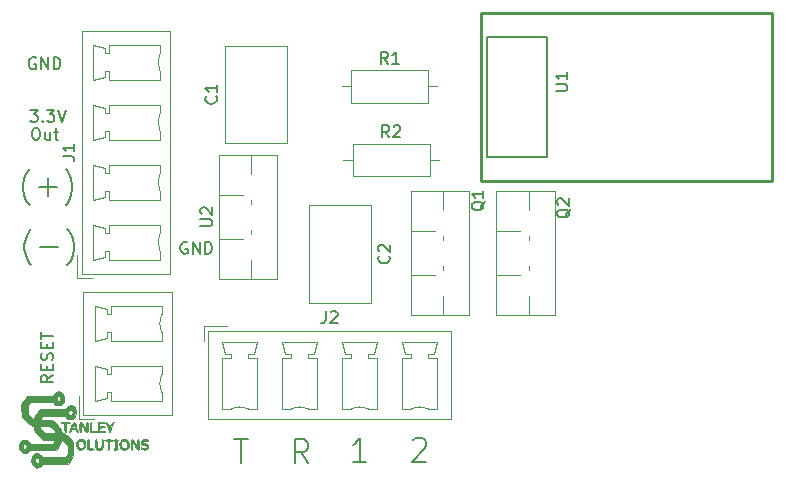
<source format=gto>
%TF.GenerationSoftware,KiCad,Pcbnew,5.99.0+really5.1.10+dfsg1-1*%
%TF.CreationDate,2021-12-19T10:59:00-08:00*%
%TF.ProjectId,TasmotaGenericPCB,5461736d-6f74-4614-9765-6e6572696350,rev?*%
%TF.SameCoordinates,Original*%
%TF.FileFunction,Legend,Top*%
%TF.FilePolarity,Positive*%
%FSLAX46Y46*%
G04 Gerber Fmt 4.6, Leading zero omitted, Abs format (unit mm)*
G04 Created by KiCad (PCBNEW 5.99.0+really5.1.10+dfsg1-1) date 2021-12-19 10:59:00*
%MOMM*%
%LPD*%
G01*
G04 APERTURE LIST*
%ADD10C,0.150000*%
%ADD11C,0.010000*%
%ADD12C,0.120000*%
%ADD13C,0.254000*%
%ADD14C,0.152400*%
%ADD15O,3.600000X1.800000*%
%ADD16O,1.800000X3.600000*%
%ADD17O,1.600000X1.600000*%
%ADD18C,1.600000*%
%ADD19C,2.000000*%
%ADD20R,1.727200X1.727200*%
%ADD21O,1.727200X1.727200*%
%ADD22O,2.000000X1.905000*%
%ADD23R,2.000000X1.905000*%
G04 APERTURE END LIST*
D10*
X117713047Y-123459761D02*
X117046380Y-122507380D01*
X116570190Y-123459761D02*
X116570190Y-121459761D01*
X117332095Y-121459761D01*
X117522571Y-121555000D01*
X117617809Y-121650238D01*
X117713047Y-121840714D01*
X117713047Y-122126428D01*
X117617809Y-122316904D01*
X117522571Y-122412142D01*
X117332095Y-122507380D01*
X116570190Y-122507380D01*
X111442571Y-121459761D02*
X112585428Y-121459761D01*
X112014000Y-123459761D02*
X112014000Y-121459761D01*
X94615095Y-89162000D02*
X94519857Y-89114380D01*
X94377000Y-89114380D01*
X94234142Y-89162000D01*
X94138904Y-89257238D01*
X94091285Y-89352476D01*
X94043666Y-89542952D01*
X94043666Y-89685809D01*
X94091285Y-89876285D01*
X94138904Y-89971523D01*
X94234142Y-90066761D01*
X94377000Y-90114380D01*
X94472238Y-90114380D01*
X94615095Y-90066761D01*
X94662714Y-90019142D01*
X94662714Y-89685809D01*
X94472238Y-89685809D01*
X95091285Y-90114380D02*
X95091285Y-89114380D01*
X95662714Y-90114380D01*
X95662714Y-89114380D01*
X96138904Y-90114380D02*
X96138904Y-89114380D01*
X96377000Y-89114380D01*
X96519857Y-89162000D01*
X96615095Y-89257238D01*
X96662714Y-89352476D01*
X96710333Y-89542952D01*
X96710333Y-89685809D01*
X96662714Y-89876285D01*
X96615095Y-89971523D01*
X96519857Y-90066761D01*
X96377000Y-90114380D01*
X96138904Y-90114380D01*
X94543666Y-95083380D02*
X94734142Y-95083380D01*
X94829380Y-95131000D01*
X94924619Y-95226238D01*
X94972238Y-95416714D01*
X94972238Y-95750047D01*
X94924619Y-95940523D01*
X94829380Y-96035761D01*
X94734142Y-96083380D01*
X94543666Y-96083380D01*
X94448428Y-96035761D01*
X94353190Y-95940523D01*
X94305571Y-95750047D01*
X94305571Y-95416714D01*
X94353190Y-95226238D01*
X94448428Y-95131000D01*
X94543666Y-95083380D01*
X95829380Y-95416714D02*
X95829380Y-96083380D01*
X95400809Y-95416714D02*
X95400809Y-95940523D01*
X95448428Y-96035761D01*
X95543666Y-96083380D01*
X95686523Y-96083380D01*
X95781761Y-96035761D01*
X95829380Y-95988142D01*
X96162714Y-95416714D02*
X96543666Y-95416714D01*
X96305571Y-95083380D02*
X96305571Y-95940523D01*
X96353190Y-96035761D01*
X96448428Y-96083380D01*
X96543666Y-96083380D01*
X94154809Y-93559380D02*
X94773857Y-93559380D01*
X94440523Y-93940333D01*
X94583380Y-93940333D01*
X94678619Y-93987952D01*
X94726238Y-94035571D01*
X94773857Y-94130809D01*
X94773857Y-94368904D01*
X94726238Y-94464142D01*
X94678619Y-94511761D01*
X94583380Y-94559380D01*
X94297666Y-94559380D01*
X94202428Y-94511761D01*
X94154809Y-94464142D01*
X95202428Y-94464142D02*
X95250047Y-94511761D01*
X95202428Y-94559380D01*
X95154809Y-94511761D01*
X95202428Y-94464142D01*
X95202428Y-94559380D01*
X95583380Y-93559380D02*
X96202428Y-93559380D01*
X95869095Y-93940333D01*
X96011952Y-93940333D01*
X96107190Y-93987952D01*
X96154809Y-94035571D01*
X96202428Y-94130809D01*
X96202428Y-94368904D01*
X96154809Y-94464142D01*
X96107190Y-94511761D01*
X96011952Y-94559380D01*
X95726238Y-94559380D01*
X95631000Y-94511761D01*
X95583380Y-94464142D01*
X96488142Y-93559380D02*
X96821476Y-94559380D01*
X97154809Y-93559380D01*
X94107190Y-101615666D02*
X94011952Y-101520428D01*
X93821476Y-101234714D01*
X93726238Y-101044238D01*
X93631000Y-100758523D01*
X93535761Y-100282333D01*
X93535761Y-99901380D01*
X93631000Y-99425190D01*
X93726238Y-99139476D01*
X93821476Y-98949000D01*
X94011952Y-98663285D01*
X94107190Y-98568047D01*
X94869095Y-100091857D02*
X96392904Y-100091857D01*
X95631000Y-100853761D02*
X95631000Y-99329952D01*
X97154809Y-101615666D02*
X97250047Y-101520428D01*
X97440523Y-101234714D01*
X97535761Y-101044238D01*
X97631000Y-100758523D01*
X97726238Y-100282333D01*
X97726238Y-99901380D01*
X97631000Y-99425190D01*
X97535761Y-99139476D01*
X97440523Y-98949000D01*
X97250047Y-98663285D01*
X97154809Y-98568047D01*
X94234190Y-106695666D02*
X94138952Y-106600428D01*
X93948476Y-106314714D01*
X93853238Y-106124238D01*
X93758000Y-105838523D01*
X93662761Y-105362333D01*
X93662761Y-104981380D01*
X93758000Y-104505190D01*
X93853238Y-104219476D01*
X93948476Y-104029000D01*
X94138952Y-103743285D01*
X94234190Y-103648047D01*
X94996095Y-105171857D02*
X96519904Y-105171857D01*
X97281809Y-106695666D02*
X97377047Y-106600428D01*
X97567523Y-106314714D01*
X97662761Y-106124238D01*
X97758000Y-105838523D01*
X97853238Y-105362333D01*
X97853238Y-104981380D01*
X97758000Y-104505190D01*
X97662761Y-104219476D01*
X97567523Y-104029000D01*
X97377047Y-103743285D01*
X97281809Y-103648047D01*
X107442095Y-104783000D02*
X107346857Y-104735380D01*
X107204000Y-104735380D01*
X107061142Y-104783000D01*
X106965904Y-104878238D01*
X106918285Y-104973476D01*
X106870666Y-105163952D01*
X106870666Y-105306809D01*
X106918285Y-105497285D01*
X106965904Y-105592523D01*
X107061142Y-105687761D01*
X107204000Y-105735380D01*
X107299238Y-105735380D01*
X107442095Y-105687761D01*
X107489714Y-105640142D01*
X107489714Y-105306809D01*
X107299238Y-105306809D01*
X107918285Y-105735380D02*
X107918285Y-104735380D01*
X108489714Y-105735380D01*
X108489714Y-104735380D01*
X108965904Y-105735380D02*
X108965904Y-104735380D01*
X109204000Y-104735380D01*
X109346857Y-104783000D01*
X109442095Y-104878238D01*
X109489714Y-104973476D01*
X109537333Y-105163952D01*
X109537333Y-105306809D01*
X109489714Y-105497285D01*
X109442095Y-105592523D01*
X109346857Y-105687761D01*
X109204000Y-105735380D01*
X108965904Y-105735380D01*
X96083380Y-116006380D02*
X95607190Y-116339714D01*
X96083380Y-116577809D02*
X95083380Y-116577809D01*
X95083380Y-116196857D01*
X95131000Y-116101619D01*
X95178619Y-116054000D01*
X95273857Y-116006380D01*
X95416714Y-116006380D01*
X95511952Y-116054000D01*
X95559571Y-116101619D01*
X95607190Y-116196857D01*
X95607190Y-116577809D01*
X95559571Y-115577809D02*
X95559571Y-115244476D01*
X96083380Y-115101619D02*
X96083380Y-115577809D01*
X95083380Y-115577809D01*
X95083380Y-115101619D01*
X96035761Y-114720666D02*
X96083380Y-114577809D01*
X96083380Y-114339714D01*
X96035761Y-114244476D01*
X95988142Y-114196857D01*
X95892904Y-114149238D01*
X95797666Y-114149238D01*
X95702428Y-114196857D01*
X95654809Y-114244476D01*
X95607190Y-114339714D01*
X95559571Y-114530190D01*
X95511952Y-114625428D01*
X95464333Y-114673047D01*
X95369095Y-114720666D01*
X95273857Y-114720666D01*
X95178619Y-114673047D01*
X95131000Y-114625428D01*
X95083380Y-114530190D01*
X95083380Y-114292095D01*
X95131000Y-114149238D01*
X95559571Y-113720666D02*
X95559571Y-113387333D01*
X96083380Y-113244476D02*
X96083380Y-113720666D01*
X95083380Y-113720666D01*
X95083380Y-113244476D01*
X95083380Y-112958761D02*
X95083380Y-112387333D01*
X96083380Y-112673047D02*
X95083380Y-112673047D01*
X126555571Y-121523238D02*
X126650809Y-121428000D01*
X126841285Y-121332761D01*
X127317476Y-121332761D01*
X127507952Y-121428000D01*
X127603190Y-121523238D01*
X127698428Y-121713714D01*
X127698428Y-121904190D01*
X127603190Y-122189904D01*
X126460333Y-123332761D01*
X127698428Y-123332761D01*
X122618428Y-123332761D02*
X121475571Y-123332761D01*
X122047000Y-123332761D02*
X122047000Y-121332761D01*
X121856523Y-121618476D01*
X121666047Y-121808952D01*
X121475571Y-121904190D01*
D11*
%TO.C,G\u002A\u002A\u002A*%
G36*
X96695636Y-117444722D02*
G01*
X96862822Y-117567893D01*
X96979404Y-117746421D01*
X97031187Y-117958413D01*
X97003976Y-118181976D01*
X97002598Y-118186203D01*
X96895057Y-118384267D01*
X96739111Y-118512919D01*
X96556320Y-118566097D01*
X96368240Y-118537736D01*
X96196430Y-118421775D01*
X96189799Y-118414800D01*
X96047437Y-118262400D01*
X95115318Y-118263028D01*
X94183200Y-118263657D01*
X94068900Y-118440116D01*
X94000975Y-118572011D01*
X93965678Y-118724377D01*
X93954683Y-118935234D01*
X93954600Y-118962097D01*
X93954600Y-119307619D01*
X94208600Y-119557800D01*
X94347745Y-119684936D01*
X94434487Y-119741960D01*
X94462600Y-119727508D01*
X94489135Y-119651088D01*
X94560116Y-119514756D01*
X94662607Y-119342441D01*
X94715574Y-119259517D01*
X94783711Y-119155141D01*
X97372523Y-119155141D01*
X97391204Y-119275477D01*
X97409547Y-119304459D01*
X97519710Y-119373241D01*
X97637343Y-119356220D01*
X97714826Y-119276481D01*
X97748180Y-119137513D01*
X97709651Y-119019996D01*
X97617814Y-118949853D01*
X97491246Y-118953012D01*
X97484761Y-118955397D01*
X97407276Y-119031893D01*
X97372523Y-119155141D01*
X94783711Y-119155141D01*
X94968548Y-118872000D01*
X97096384Y-118872000D01*
X97248784Y-118719600D01*
X97428323Y-118596363D01*
X97615764Y-118572744D01*
X97802790Y-118649426D01*
X97832724Y-118671523D01*
X97964816Y-118832537D01*
X98030651Y-119036298D01*
X98033168Y-119256085D01*
X97975309Y-119465179D01*
X97860013Y-119636858D01*
X97715741Y-119734795D01*
X97537394Y-119763468D01*
X97361528Y-119719406D01*
X97226940Y-119614586D01*
X97202071Y-119576232D01*
X97177670Y-119543486D01*
X97135246Y-119519271D01*
X97060865Y-119502313D01*
X96940592Y-119491340D01*
X96760491Y-119485078D01*
X96506628Y-119482256D01*
X96166071Y-119481600D01*
X95180718Y-119481600D01*
X95072199Y-119634000D01*
X94963681Y-119786400D01*
X96014383Y-119786400D01*
X96406891Y-120181223D01*
X96586413Y-120366630D01*
X96702854Y-120501689D01*
X96768617Y-120604058D01*
X96796103Y-120691393D01*
X96799400Y-120740023D01*
X96812333Y-120855831D01*
X96863379Y-120900007D01*
X96906833Y-120904000D01*
X96994603Y-120940527D01*
X97136342Y-121043448D01*
X97319028Y-121202771D01*
X97414833Y-121293809D01*
X97815400Y-121683618D01*
X97815400Y-122795180D01*
X97581541Y-123170390D01*
X97347683Y-123545600D01*
X95168926Y-123545600D01*
X95057063Y-123672654D01*
X94925306Y-123774234D01*
X94781158Y-123831192D01*
X94668984Y-123839787D01*
X94574759Y-123803537D01*
X94461005Y-123706334D01*
X94438258Y-123683818D01*
X94325343Y-123555399D01*
X94272864Y-123437575D01*
X94259431Y-123280713D01*
X94259400Y-123268757D01*
X94260783Y-123258169D01*
X94564087Y-123258169D01*
X94576992Y-123374698D01*
X94598066Y-123410133D01*
X94692663Y-123443507D01*
X94807337Y-123416664D01*
X94866679Y-123370596D01*
X94914302Y-123258491D01*
X94899979Y-123142319D01*
X94840653Y-123047764D01*
X94753270Y-123000508D01*
X94654773Y-123026235D01*
X94644658Y-123034066D01*
X94588770Y-123127458D01*
X94564087Y-123258169D01*
X94260783Y-123258169D01*
X94292383Y-123016280D01*
X94381894Y-122819182D01*
X94513776Y-122686187D01*
X94673872Y-122626017D01*
X94848024Y-122647396D01*
X95022074Y-122759047D01*
X95046800Y-122783600D01*
X95192808Y-122936000D01*
X97129600Y-122934742D01*
X97243900Y-122758283D01*
X97321528Y-122596906D01*
X97354832Y-122402598D01*
X97358200Y-122287102D01*
X97354072Y-122125238D01*
X97330596Y-122013883D01*
X97271133Y-121916469D01*
X97159044Y-121796430D01*
X97115155Y-121752990D01*
X96961724Y-121607695D01*
X96864923Y-121532681D01*
X96814300Y-121521922D01*
X96799405Y-121569392D01*
X96799400Y-121570929D01*
X96774034Y-121638575D01*
X96706729Y-121766875D01*
X96610668Y-121931136D01*
X96583500Y-121975256D01*
X96367600Y-122322253D01*
X95272204Y-122324326D01*
X94176808Y-122326400D01*
X94030800Y-122478800D01*
X93889883Y-122591361D01*
X93735612Y-122630306D01*
X93700600Y-122631200D01*
X93510604Y-122585639D01*
X93356253Y-122464216D01*
X93249300Y-122289821D01*
X93202759Y-122090718D01*
X93548149Y-122090718D01*
X93561334Y-122206607D01*
X93582066Y-122241733D01*
X93674717Y-122275952D01*
X93776043Y-122248353D01*
X93822164Y-122195245D01*
X93849191Y-122049906D01*
X93824736Y-121927318D01*
X93762341Y-121849805D01*
X93675548Y-121839692D01*
X93624400Y-121869200D01*
X93571150Y-121960837D01*
X93548149Y-122090718D01*
X93202759Y-122090718D01*
X93201502Y-122085342D01*
X93224613Y-121873670D01*
X93262929Y-121778951D01*
X93405215Y-121583716D01*
X93574798Y-121480707D01*
X93759006Y-121472197D01*
X93945169Y-121560460D01*
X94034090Y-121640600D01*
X94201777Y-121818400D01*
X96066294Y-121818400D01*
X96246344Y-121513600D01*
X95247457Y-121513600D01*
X94881130Y-121144812D01*
X94710166Y-120968166D01*
X94599108Y-120837614D01*
X94533090Y-120730460D01*
X94497246Y-120624010D01*
X94481797Y-120535212D01*
X94457663Y-120398312D01*
X94970410Y-120398312D01*
X95016677Y-120497716D01*
X95145503Y-120646111D01*
X95184376Y-120686177D01*
X95398153Y-120904000D01*
X95844776Y-120904000D01*
X96067945Y-120900475D01*
X96205913Y-120888172D01*
X96274891Y-120864496D01*
X96291400Y-120832507D01*
X96255830Y-120764416D01*
X96162628Y-120654917D01*
X96033402Y-120529053D01*
X95775405Y-120297091D01*
X95373002Y-120299721D01*
X95143969Y-120308746D01*
X95011306Y-120338465D01*
X94970410Y-120398312D01*
X94457663Y-120398312D01*
X94456041Y-120389117D01*
X94419332Y-120318032D01*
X94353404Y-120295628D01*
X94314723Y-120294400D01*
X94223956Y-120271052D01*
X94105952Y-120194348D01*
X93947213Y-120054290D01*
X93817328Y-119926100D01*
X93454000Y-119557800D01*
X93384332Y-118539262D01*
X93631366Y-118147088D01*
X93768010Y-117930162D01*
X96382142Y-117930162D01*
X96388861Y-118069007D01*
X96397970Y-118097300D01*
X96470507Y-118194404D01*
X96568107Y-118197749D01*
X96649518Y-118132364D01*
X96686315Y-118026272D01*
X96665152Y-117905253D01*
X96600465Y-117810043D01*
X96524595Y-117779800D01*
X96431740Y-117822847D01*
X96382142Y-117930162D01*
X93768010Y-117930162D01*
X93878400Y-117754915D01*
X96027240Y-117754399D01*
X96205040Y-117576599D01*
X96331086Y-117471718D01*
X96448634Y-117407862D01*
X96492042Y-117398799D01*
X96695636Y-117444722D01*
G37*
X96695636Y-117444722D02*
X96862822Y-117567893D01*
X96979404Y-117746421D01*
X97031187Y-117958413D01*
X97003976Y-118181976D01*
X97002598Y-118186203D01*
X96895057Y-118384267D01*
X96739111Y-118512919D01*
X96556320Y-118566097D01*
X96368240Y-118537736D01*
X96196430Y-118421775D01*
X96189799Y-118414800D01*
X96047437Y-118262400D01*
X95115318Y-118263028D01*
X94183200Y-118263657D01*
X94068900Y-118440116D01*
X94000975Y-118572011D01*
X93965678Y-118724377D01*
X93954683Y-118935234D01*
X93954600Y-118962097D01*
X93954600Y-119307619D01*
X94208600Y-119557800D01*
X94347745Y-119684936D01*
X94434487Y-119741960D01*
X94462600Y-119727508D01*
X94489135Y-119651088D01*
X94560116Y-119514756D01*
X94662607Y-119342441D01*
X94715574Y-119259517D01*
X94783711Y-119155141D01*
X97372523Y-119155141D01*
X97391204Y-119275477D01*
X97409547Y-119304459D01*
X97519710Y-119373241D01*
X97637343Y-119356220D01*
X97714826Y-119276481D01*
X97748180Y-119137513D01*
X97709651Y-119019996D01*
X97617814Y-118949853D01*
X97491246Y-118953012D01*
X97484761Y-118955397D01*
X97407276Y-119031893D01*
X97372523Y-119155141D01*
X94783711Y-119155141D01*
X94968548Y-118872000D01*
X97096384Y-118872000D01*
X97248784Y-118719600D01*
X97428323Y-118596363D01*
X97615764Y-118572744D01*
X97802790Y-118649426D01*
X97832724Y-118671523D01*
X97964816Y-118832537D01*
X98030651Y-119036298D01*
X98033168Y-119256085D01*
X97975309Y-119465179D01*
X97860013Y-119636858D01*
X97715741Y-119734795D01*
X97537394Y-119763468D01*
X97361528Y-119719406D01*
X97226940Y-119614586D01*
X97202071Y-119576232D01*
X97177670Y-119543486D01*
X97135246Y-119519271D01*
X97060865Y-119502313D01*
X96940592Y-119491340D01*
X96760491Y-119485078D01*
X96506628Y-119482256D01*
X96166071Y-119481600D01*
X95180718Y-119481600D01*
X95072199Y-119634000D01*
X94963681Y-119786400D01*
X96014383Y-119786400D01*
X96406891Y-120181223D01*
X96586413Y-120366630D01*
X96702854Y-120501689D01*
X96768617Y-120604058D01*
X96796103Y-120691393D01*
X96799400Y-120740023D01*
X96812333Y-120855831D01*
X96863379Y-120900007D01*
X96906833Y-120904000D01*
X96994603Y-120940527D01*
X97136342Y-121043448D01*
X97319028Y-121202771D01*
X97414833Y-121293809D01*
X97815400Y-121683618D01*
X97815400Y-122795180D01*
X97581541Y-123170390D01*
X97347683Y-123545600D01*
X95168926Y-123545600D01*
X95057063Y-123672654D01*
X94925306Y-123774234D01*
X94781158Y-123831192D01*
X94668984Y-123839787D01*
X94574759Y-123803537D01*
X94461005Y-123706334D01*
X94438258Y-123683818D01*
X94325343Y-123555399D01*
X94272864Y-123437575D01*
X94259431Y-123280713D01*
X94259400Y-123268757D01*
X94260783Y-123258169D01*
X94564087Y-123258169D01*
X94576992Y-123374698D01*
X94598066Y-123410133D01*
X94692663Y-123443507D01*
X94807337Y-123416664D01*
X94866679Y-123370596D01*
X94914302Y-123258491D01*
X94899979Y-123142319D01*
X94840653Y-123047764D01*
X94753270Y-123000508D01*
X94654773Y-123026235D01*
X94644658Y-123034066D01*
X94588770Y-123127458D01*
X94564087Y-123258169D01*
X94260783Y-123258169D01*
X94292383Y-123016280D01*
X94381894Y-122819182D01*
X94513776Y-122686187D01*
X94673872Y-122626017D01*
X94848024Y-122647396D01*
X95022074Y-122759047D01*
X95046800Y-122783600D01*
X95192808Y-122936000D01*
X97129600Y-122934742D01*
X97243900Y-122758283D01*
X97321528Y-122596906D01*
X97354832Y-122402598D01*
X97358200Y-122287102D01*
X97354072Y-122125238D01*
X97330596Y-122013883D01*
X97271133Y-121916469D01*
X97159044Y-121796430D01*
X97115155Y-121752990D01*
X96961724Y-121607695D01*
X96864923Y-121532681D01*
X96814300Y-121521922D01*
X96799405Y-121569392D01*
X96799400Y-121570929D01*
X96774034Y-121638575D01*
X96706729Y-121766875D01*
X96610668Y-121931136D01*
X96583500Y-121975256D01*
X96367600Y-122322253D01*
X95272204Y-122324326D01*
X94176808Y-122326400D01*
X94030800Y-122478800D01*
X93889883Y-122591361D01*
X93735612Y-122630306D01*
X93700600Y-122631200D01*
X93510604Y-122585639D01*
X93356253Y-122464216D01*
X93249300Y-122289821D01*
X93202759Y-122090718D01*
X93548149Y-122090718D01*
X93561334Y-122206607D01*
X93582066Y-122241733D01*
X93674717Y-122275952D01*
X93776043Y-122248353D01*
X93822164Y-122195245D01*
X93849191Y-122049906D01*
X93824736Y-121927318D01*
X93762341Y-121849805D01*
X93675548Y-121839692D01*
X93624400Y-121869200D01*
X93571150Y-121960837D01*
X93548149Y-122090718D01*
X93202759Y-122090718D01*
X93201502Y-122085342D01*
X93224613Y-121873670D01*
X93262929Y-121778951D01*
X93405215Y-121583716D01*
X93574798Y-121480707D01*
X93759006Y-121472197D01*
X93945169Y-121560460D01*
X94034090Y-121640600D01*
X94201777Y-121818400D01*
X96066294Y-121818400D01*
X96246344Y-121513600D01*
X95247457Y-121513600D01*
X94881130Y-121144812D01*
X94710166Y-120968166D01*
X94599108Y-120837614D01*
X94533090Y-120730460D01*
X94497246Y-120624010D01*
X94481797Y-120535212D01*
X94457663Y-120398312D01*
X94970410Y-120398312D01*
X95016677Y-120497716D01*
X95145503Y-120646111D01*
X95184376Y-120686177D01*
X95398153Y-120904000D01*
X95844776Y-120904000D01*
X96067945Y-120900475D01*
X96205913Y-120888172D01*
X96274891Y-120864496D01*
X96291400Y-120832507D01*
X96255830Y-120764416D01*
X96162628Y-120654917D01*
X96033402Y-120529053D01*
X95775405Y-120297091D01*
X95373002Y-120299721D01*
X95143969Y-120308746D01*
X95011306Y-120338465D01*
X94970410Y-120398312D01*
X94457663Y-120398312D01*
X94456041Y-120389117D01*
X94419332Y-120318032D01*
X94353404Y-120295628D01*
X94314723Y-120294400D01*
X94223956Y-120271052D01*
X94105952Y-120194348D01*
X93947213Y-120054290D01*
X93817328Y-119926100D01*
X93454000Y-119557800D01*
X93384332Y-118539262D01*
X93631366Y-118147088D01*
X93768010Y-117930162D01*
X96382142Y-117930162D01*
X96388861Y-118069007D01*
X96397970Y-118097300D01*
X96470507Y-118194404D01*
X96568107Y-118197749D01*
X96649518Y-118132364D01*
X96686315Y-118026272D01*
X96665152Y-117905253D01*
X96600465Y-117810043D01*
X96524595Y-117779800D01*
X96431740Y-117822847D01*
X96382142Y-117930162D01*
X93768010Y-117930162D01*
X93878400Y-117754915D01*
X96027240Y-117754399D01*
X96205040Y-117576599D01*
X96331086Y-117471718D01*
X96448634Y-117407862D01*
X96492042Y-117398799D01*
X96695636Y-117444722D01*
G36*
X98677836Y-121508386D02*
G01*
X98784585Y-121651038D01*
X98830849Y-121850746D01*
X98831400Y-121877136D01*
X98790946Y-122076400D01*
X98684141Y-122224303D01*
X98532817Y-122309326D01*
X98358808Y-122319950D01*
X98183948Y-122244657D01*
X98163927Y-122229288D01*
X98084453Y-122139700D01*
X98049529Y-122017019D01*
X98044000Y-121894689D01*
X98046271Y-121862659D01*
X98171000Y-121862659D01*
X98204493Y-122052074D01*
X98295301Y-122173184D01*
X98428916Y-122215030D01*
X98580739Y-122172212D01*
X98648949Y-122103556D01*
X98676809Y-121976809D01*
X98679000Y-121902972D01*
X98657727Y-121713985D01*
X98587456Y-121605780D01*
X98458508Y-121565454D01*
X98425000Y-121564400D01*
X98276109Y-121596958D01*
X98193883Y-121700198D01*
X98171000Y-121862659D01*
X98046271Y-121862659D01*
X98055606Y-121731054D01*
X98102957Y-121621260D01*
X98191988Y-121529909D01*
X98361808Y-121437107D01*
X98530334Y-121433505D01*
X98677836Y-121508386D01*
G37*
X98677836Y-121508386D02*
X98784585Y-121651038D01*
X98830849Y-121850746D01*
X98831400Y-121877136D01*
X98790946Y-122076400D01*
X98684141Y-122224303D01*
X98532817Y-122309326D01*
X98358808Y-122319950D01*
X98183948Y-122244657D01*
X98163927Y-122229288D01*
X98084453Y-122139700D01*
X98049529Y-122017019D01*
X98044000Y-121894689D01*
X98046271Y-121862659D01*
X98171000Y-121862659D01*
X98204493Y-122052074D01*
X98295301Y-122173184D01*
X98428916Y-122215030D01*
X98580739Y-122172212D01*
X98648949Y-122103556D01*
X98676809Y-121976809D01*
X98679000Y-121902972D01*
X98657727Y-121713985D01*
X98587456Y-121605780D01*
X98458508Y-121565454D01*
X98425000Y-121564400D01*
X98276109Y-121596958D01*
X98193883Y-121700198D01*
X98171000Y-121862659D01*
X98046271Y-121862659D01*
X98055606Y-121731054D01*
X98102957Y-121621260D01*
X98191988Y-121529909D01*
X98361808Y-121437107D01*
X98530334Y-121433505D01*
X98677836Y-121508386D01*
G36*
X99100193Y-121482758D02*
G01*
X99123786Y-121554881D01*
X99134454Y-121697543D01*
X99136200Y-121843800D01*
X99136200Y-122224800D01*
X99339400Y-122224800D01*
X99466644Y-122236066D01*
X99537418Y-122264212D01*
X99542600Y-122275600D01*
X99498009Y-122302805D01*
X99388315Y-122320076D01*
X99249635Y-122326248D01*
X99118088Y-122320156D01*
X99029790Y-122300634D01*
X99017666Y-122292533D01*
X99001653Y-122228916D01*
X98989726Y-122090846D01*
X98984011Y-121905448D01*
X98983800Y-121860733D01*
X98987514Y-121654708D01*
X99000977Y-121531936D01*
X99027662Y-121474266D01*
X99060000Y-121462800D01*
X99100193Y-121482758D01*
G37*
X99100193Y-121482758D02*
X99123786Y-121554881D01*
X99134454Y-121697543D01*
X99136200Y-121843800D01*
X99136200Y-122224800D01*
X99339400Y-122224800D01*
X99466644Y-122236066D01*
X99537418Y-122264212D01*
X99542600Y-122275600D01*
X99498009Y-122302805D01*
X99388315Y-122320076D01*
X99249635Y-122326248D01*
X99118088Y-122320156D01*
X99029790Y-122300634D01*
X99017666Y-122292533D01*
X99001653Y-122228916D01*
X98989726Y-122090846D01*
X98984011Y-121905448D01*
X98983800Y-121860733D01*
X98987514Y-121654708D01*
X99000977Y-121531936D01*
X99027662Y-121474266D01*
X99060000Y-121462800D01*
X99100193Y-121482758D01*
G36*
X100280007Y-121509688D02*
G01*
X100298065Y-121634928D01*
X100304600Y-121810526D01*
X100297975Y-122015088D01*
X100274348Y-122144857D01*
X100228088Y-122226001D01*
X100211699Y-122242326D01*
X100069741Y-122315066D01*
X99908242Y-122320387D01*
X99768218Y-122260712D01*
X99723280Y-122213496D01*
X99677389Y-122103127D01*
X99649599Y-121948150D01*
X99640024Y-121777599D01*
X99648773Y-121620506D01*
X99675958Y-121505905D01*
X99720400Y-121462800D01*
X99761849Y-121483752D01*
X99785547Y-121559073D01*
X99795511Y-121707462D01*
X99796600Y-121817432D01*
X99798791Y-122003789D01*
X99811013Y-122112958D01*
X99841738Y-122169338D01*
X99899440Y-122197328D01*
X99931504Y-122205923D01*
X100060075Y-122205063D01*
X100145917Y-122123154D01*
X100192238Y-121954898D01*
X100203000Y-121757890D01*
X100210937Y-121599527D01*
X100231548Y-121492583D01*
X100253800Y-121462800D01*
X100280007Y-121509688D01*
G37*
X100280007Y-121509688D02*
X100298065Y-121634928D01*
X100304600Y-121810526D01*
X100297975Y-122015088D01*
X100274348Y-122144857D01*
X100228088Y-122226001D01*
X100211699Y-122242326D01*
X100069741Y-122315066D01*
X99908242Y-122320387D01*
X99768218Y-122260712D01*
X99723280Y-122213496D01*
X99677389Y-122103127D01*
X99649599Y-121948150D01*
X99640024Y-121777599D01*
X99648773Y-121620506D01*
X99675958Y-121505905D01*
X99720400Y-121462800D01*
X99761849Y-121483752D01*
X99785547Y-121559073D01*
X99795511Y-121707462D01*
X99796600Y-121817432D01*
X99798791Y-122003789D01*
X99811013Y-122112958D01*
X99841738Y-122169338D01*
X99899440Y-122197328D01*
X99931504Y-122205923D01*
X100060075Y-122205063D01*
X100145917Y-122123154D01*
X100192238Y-121954898D01*
X100203000Y-121757890D01*
X100210937Y-121599527D01*
X100231548Y-121492583D01*
X100253800Y-121462800D01*
X100280007Y-121509688D01*
G36*
X100995413Y-121468923D02*
G01*
X101115477Y-121486515D01*
X101142800Y-121513600D01*
X101072644Y-121553189D01*
X100989627Y-121564400D01*
X100926264Y-121570802D01*
X100888450Y-121604544D01*
X100868002Y-121687430D01*
X100856737Y-121841264D01*
X100852925Y-121928636D01*
X100835036Y-122147707D01*
X100803754Y-122278638D01*
X100774500Y-122313869D01*
X100740297Y-122296532D01*
X100720075Y-122208256D01*
X100711603Y-122036244D01*
X100711000Y-121949633D01*
X100711000Y-121564400D01*
X100558600Y-121564400D01*
X100451594Y-121549685D01*
X100406211Y-121514232D01*
X100406200Y-121513600D01*
X100453506Y-121488056D01*
X100581701Y-121470234D01*
X100770195Y-121462858D01*
X100790198Y-121462800D01*
X100995413Y-121468923D01*
G37*
X100995413Y-121468923D02*
X101115477Y-121486515D01*
X101142800Y-121513600D01*
X101072644Y-121553189D01*
X100989627Y-121564400D01*
X100926264Y-121570802D01*
X100888450Y-121604544D01*
X100868002Y-121687430D01*
X100856737Y-121841264D01*
X100852925Y-121928636D01*
X100835036Y-122147707D01*
X100803754Y-122278638D01*
X100774500Y-122313869D01*
X100740297Y-122296532D01*
X100720075Y-122208256D01*
X100711603Y-122036244D01*
X100711000Y-121949633D01*
X100711000Y-121564400D01*
X100558600Y-121564400D01*
X100451594Y-121549685D01*
X100406211Y-121514232D01*
X100406200Y-121513600D01*
X100453506Y-121488056D01*
X100581701Y-121470234D01*
X100770195Y-121462858D01*
X100790198Y-121462800D01*
X100995413Y-121468923D01*
G36*
X101524389Y-121469689D02*
G01*
X101554560Y-121494735D01*
X101533960Y-121523759D01*
X101502965Y-121599300D01*
X101482832Y-121732687D01*
X101474008Y-121892895D01*
X101476944Y-122048897D01*
X101492090Y-122169668D01*
X101519895Y-122224180D01*
X101523800Y-122224800D01*
X101573123Y-122263457D01*
X101574600Y-122275600D01*
X101529942Y-122309177D01*
X101420133Y-122325961D01*
X101396800Y-122326400D01*
X101279279Y-122313640D01*
X101220535Y-122282266D01*
X101219000Y-122275600D01*
X101257657Y-122226276D01*
X101269800Y-122224800D01*
X101296346Y-122178145D01*
X101314520Y-122054556D01*
X101320600Y-121894600D01*
X101313422Y-121722050D01*
X101294408Y-121603914D01*
X101269800Y-121564400D01*
X101220476Y-121525742D01*
X101219000Y-121513600D01*
X101263831Y-121480763D01*
X101374818Y-121463548D01*
X101406960Y-121462800D01*
X101524389Y-121469689D01*
G37*
X101524389Y-121469689D02*
X101554560Y-121494735D01*
X101533960Y-121523759D01*
X101502965Y-121599300D01*
X101482832Y-121732687D01*
X101474008Y-121892895D01*
X101476944Y-122048897D01*
X101492090Y-122169668D01*
X101519895Y-122224180D01*
X101523800Y-122224800D01*
X101573123Y-122263457D01*
X101574600Y-122275600D01*
X101529942Y-122309177D01*
X101420133Y-122325961D01*
X101396800Y-122326400D01*
X101279279Y-122313640D01*
X101220535Y-122282266D01*
X101219000Y-122275600D01*
X101257657Y-122226276D01*
X101269800Y-122224800D01*
X101296346Y-122178145D01*
X101314520Y-122054556D01*
X101320600Y-121894600D01*
X101313422Y-121722050D01*
X101294408Y-121603914D01*
X101269800Y-121564400D01*
X101220476Y-121525742D01*
X101219000Y-121513600D01*
X101263831Y-121480763D01*
X101374818Y-121463548D01*
X101406960Y-121462800D01*
X101524389Y-121469689D01*
G36*
X102182072Y-121436932D02*
G01*
X102342153Y-121514339D01*
X102443743Y-121647408D01*
X102488897Y-121812609D01*
X102479673Y-121986417D01*
X102418128Y-122145302D01*
X102306319Y-122265736D01*
X102146302Y-122324193D01*
X102104312Y-122326400D01*
X101937504Y-122294267D01*
X101833772Y-122229972D01*
X101726751Y-122066707D01*
X101694244Y-121886315D01*
X101698038Y-121865769D01*
X101826289Y-121865769D01*
X101862639Y-122031853D01*
X101907680Y-122111896D01*
X102015589Y-122208668D01*
X102147107Y-122211349D01*
X102234210Y-122174422D01*
X102338082Y-122070393D01*
X102374332Y-121928321D01*
X102350383Y-121778198D01*
X102273661Y-121650019D01*
X102151588Y-121573775D01*
X102083216Y-121564400D01*
X101944791Y-121606424D01*
X101856411Y-121715420D01*
X101826289Y-121865769D01*
X101698038Y-121865769D01*
X101726705Y-121710527D01*
X101814591Y-121561073D01*
X101948358Y-121459684D01*
X102118462Y-121428091D01*
X102182072Y-121436932D01*
G37*
X102182072Y-121436932D02*
X102342153Y-121514339D01*
X102443743Y-121647408D01*
X102488897Y-121812609D01*
X102479673Y-121986417D01*
X102418128Y-122145302D01*
X102306319Y-122265736D01*
X102146302Y-122324193D01*
X102104312Y-122326400D01*
X101937504Y-122294267D01*
X101833772Y-122229972D01*
X101726751Y-122066707D01*
X101694244Y-121886315D01*
X101698038Y-121865769D01*
X101826289Y-121865769D01*
X101862639Y-122031853D01*
X101907680Y-122111896D01*
X102015589Y-122208668D01*
X102147107Y-122211349D01*
X102234210Y-122174422D01*
X102338082Y-122070393D01*
X102374332Y-121928321D01*
X102350383Y-121778198D01*
X102273661Y-121650019D01*
X102151588Y-121573775D01*
X102083216Y-121564400D01*
X101944791Y-121606424D01*
X101856411Y-121715420D01*
X101826289Y-121865769D01*
X101698038Y-121865769D01*
X101726705Y-121710527D01*
X101814591Y-121561073D01*
X101948358Y-121459684D01*
X102118462Y-121428091D01*
X102182072Y-121436932D01*
G36*
X103315883Y-121483135D02*
G01*
X103338554Y-121555484D01*
X103349824Y-121696861D01*
X103352600Y-121898324D01*
X103350296Y-122110115D01*
X103340905Y-122238685D01*
X103320703Y-122302359D01*
X103285969Y-122319462D01*
X103267468Y-122317424D01*
X103204314Y-122267387D01*
X103113359Y-122149490D01*
X103011948Y-121986891D01*
X102988856Y-121945400D01*
X102795375Y-121589800D01*
X102794587Y-121958100D01*
X102787691Y-122144838D01*
X102769931Y-122274853D01*
X102744371Y-122326283D01*
X102743000Y-122326400D01*
X102718260Y-122278644D01*
X102700741Y-122147301D01*
X102692545Y-121950252D01*
X102692200Y-121894600D01*
X102694521Y-121683379D01*
X102704221Y-121554247D01*
X102725401Y-121487743D01*
X102762162Y-121464408D01*
X102783217Y-121462800D01*
X102866415Y-121511487D01*
X102969430Y-121654598D01*
X103024517Y-121754900D01*
X103174800Y-122047000D01*
X103190035Y-121754900D01*
X103207228Y-121576977D01*
X103238340Y-121484936D01*
X103278935Y-121462800D01*
X103315883Y-121483135D01*
G37*
X103315883Y-121483135D02*
X103338554Y-121555484D01*
X103349824Y-121696861D01*
X103352600Y-121898324D01*
X103350296Y-122110115D01*
X103340905Y-122238685D01*
X103320703Y-122302359D01*
X103285969Y-122319462D01*
X103267468Y-122317424D01*
X103204314Y-122267387D01*
X103113359Y-122149490D01*
X103011948Y-121986891D01*
X102988856Y-121945400D01*
X102795375Y-121589800D01*
X102794587Y-121958100D01*
X102787691Y-122144838D01*
X102769931Y-122274853D01*
X102744371Y-122326283D01*
X102743000Y-122326400D01*
X102718260Y-122278644D01*
X102700741Y-122147301D01*
X102692545Y-121950252D01*
X102692200Y-121894600D01*
X102694521Y-121683379D01*
X102704221Y-121554247D01*
X102725401Y-121487743D01*
X102762162Y-121464408D01*
X102783217Y-121462800D01*
X102866415Y-121511487D01*
X102969430Y-121654598D01*
X103024517Y-121754900D01*
X103174800Y-122047000D01*
X103190035Y-121754900D01*
X103207228Y-121576977D01*
X103238340Y-121484936D01*
X103278935Y-121462800D01*
X103315883Y-121483135D01*
G36*
X104029574Y-121459444D02*
G01*
X104140378Y-121515749D01*
X104153220Y-121559505D01*
X104071400Y-121586478D01*
X103925561Y-121592992D01*
X103770933Y-121599601D01*
X103692441Y-121630035D01*
X103668186Y-121676885D01*
X103690713Y-121752282D01*
X103793724Y-121794700D01*
X103995907Y-121849616D01*
X104113000Y-121914201D01*
X104161505Y-121999446D01*
X104165400Y-122042282D01*
X104122996Y-122196858D01*
X104002372Y-122292842D01*
X103818871Y-122322389D01*
X103677418Y-122313083D01*
X103576488Y-122295559D01*
X103568500Y-122292756D01*
X103511337Y-122225897D01*
X103505000Y-122189731D01*
X103532312Y-122137623D01*
X103593900Y-122150349D01*
X103786299Y-122206919D01*
X103936754Y-122200083D01*
X104007562Y-122155151D01*
X104048372Y-122061474D01*
X103993119Y-121991507D01*
X103839951Y-121942944D01*
X103836738Y-121942336D01*
X103690482Y-121891739D01*
X103577948Y-121814785D01*
X103576460Y-121813163D01*
X103519038Y-121695514D01*
X103544282Y-121584202D01*
X103633587Y-121493750D01*
X103768352Y-121438679D01*
X103929970Y-121433513D01*
X104029574Y-121459444D01*
G37*
X104029574Y-121459444D02*
X104140378Y-121515749D01*
X104153220Y-121559505D01*
X104071400Y-121586478D01*
X103925561Y-121592992D01*
X103770933Y-121599601D01*
X103692441Y-121630035D01*
X103668186Y-121676885D01*
X103690713Y-121752282D01*
X103793724Y-121794700D01*
X103995907Y-121849616D01*
X104113000Y-121914201D01*
X104161505Y-121999446D01*
X104165400Y-122042282D01*
X104122996Y-122196858D01*
X104002372Y-122292842D01*
X103818871Y-122322389D01*
X103677418Y-122313083D01*
X103576488Y-122295559D01*
X103568500Y-122292756D01*
X103511337Y-122225897D01*
X103505000Y-122189731D01*
X103532312Y-122137623D01*
X103593900Y-122150349D01*
X103786299Y-122206919D01*
X103936754Y-122200083D01*
X104007562Y-122155151D01*
X104048372Y-122061474D01*
X103993119Y-121991507D01*
X103839951Y-121942944D01*
X103836738Y-121942336D01*
X103690482Y-121891739D01*
X103577948Y-121814785D01*
X103576460Y-121813163D01*
X103519038Y-121695514D01*
X103544282Y-121584202D01*
X103633587Y-121493750D01*
X103768352Y-121438679D01*
X103929970Y-121433513D01*
X104029574Y-121459444D01*
G36*
X97321576Y-119995903D02*
G01*
X97455384Y-120012966D01*
X97510243Y-120038017D01*
X97510600Y-120040400D01*
X97466456Y-120076068D01*
X97360096Y-120091196D01*
X97358200Y-120091200D01*
X97205800Y-120091200D01*
X97205800Y-120472200D01*
X97201808Y-120673167D01*
X97187383Y-120791132D01*
X97158851Y-120844470D01*
X97129600Y-120853200D01*
X97089406Y-120833241D01*
X97065813Y-120761118D01*
X97055145Y-120618456D01*
X97053400Y-120472200D01*
X97053400Y-120091200D01*
X96901000Y-120091200D01*
X96793994Y-120076485D01*
X96748611Y-120041032D01*
X96748600Y-120040400D01*
X96795875Y-120014803D01*
X96923846Y-119996962D01*
X97111733Y-119989647D01*
X97129600Y-119989600D01*
X97321576Y-119995903D01*
G37*
X97321576Y-119995903D02*
X97455384Y-120012966D01*
X97510243Y-120038017D01*
X97510600Y-120040400D01*
X97466456Y-120076068D01*
X97360096Y-120091196D01*
X97358200Y-120091200D01*
X97205800Y-120091200D01*
X97205800Y-120472200D01*
X97201808Y-120673167D01*
X97187383Y-120791132D01*
X97158851Y-120844470D01*
X97129600Y-120853200D01*
X97089406Y-120833241D01*
X97065813Y-120761118D01*
X97055145Y-120618456D01*
X97053400Y-120472200D01*
X97053400Y-120091200D01*
X96901000Y-120091200D01*
X96793994Y-120076485D01*
X96748611Y-120041032D01*
X96748600Y-120040400D01*
X96795875Y-120014803D01*
X96923846Y-119996962D01*
X97111733Y-119989647D01*
X97129600Y-119989600D01*
X97321576Y-119995903D01*
G36*
X97924792Y-120082134D02*
G01*
X98009362Y-120250040D01*
X98074668Y-120418564D01*
X98149821Y-120624458D01*
X98194551Y-120752706D01*
X98212063Y-120821535D01*
X98205563Y-120849172D01*
X98178255Y-120853844D01*
X98151107Y-120853200D01*
X98087175Y-120809889D01*
X98048539Y-120726200D01*
X98007836Y-120638114D01*
X97923424Y-120603335D01*
X97838574Y-120599200D01*
X97706435Y-120615133D01*
X97634906Y-120677117D01*
X97612200Y-120726200D01*
X97559975Y-120813408D01*
X97500991Y-120856268D01*
X97463244Y-120838401D01*
X97460227Y-120815100D01*
X97476991Y-120752527D01*
X97521095Y-120620489D01*
X97583908Y-120444541D01*
X97601778Y-120396000D01*
X97602679Y-120393810D01*
X97723057Y-120393810D01*
X97739254Y-120472457D01*
X97832794Y-120497586D01*
X97836045Y-120497600D01*
X97913879Y-120490399D01*
X97935693Y-120449776D01*
X97912040Y-120347199D01*
X97902850Y-120316962D01*
X97864649Y-120201999D01*
X97836575Y-120174134D01*
X97799365Y-120223211D01*
X97782406Y-120253462D01*
X97723057Y-120393810D01*
X97602679Y-120393810D01*
X97694609Y-120170395D01*
X97774599Y-120042655D01*
X97848932Y-120013120D01*
X97924792Y-120082134D01*
G37*
X97924792Y-120082134D02*
X98009362Y-120250040D01*
X98074668Y-120418564D01*
X98149821Y-120624458D01*
X98194551Y-120752706D01*
X98212063Y-120821535D01*
X98205563Y-120849172D01*
X98178255Y-120853844D01*
X98151107Y-120853200D01*
X98087175Y-120809889D01*
X98048539Y-120726200D01*
X98007836Y-120638114D01*
X97923424Y-120603335D01*
X97838574Y-120599200D01*
X97706435Y-120615133D01*
X97634906Y-120677117D01*
X97612200Y-120726200D01*
X97559975Y-120813408D01*
X97500991Y-120856268D01*
X97463244Y-120838401D01*
X97460227Y-120815100D01*
X97476991Y-120752527D01*
X97521095Y-120620489D01*
X97583908Y-120444541D01*
X97601778Y-120396000D01*
X97602679Y-120393810D01*
X97723057Y-120393810D01*
X97739254Y-120472457D01*
X97832794Y-120497586D01*
X97836045Y-120497600D01*
X97913879Y-120490399D01*
X97935693Y-120449776D01*
X97912040Y-120347199D01*
X97902850Y-120316962D01*
X97864649Y-120201999D01*
X97836575Y-120174134D01*
X97799365Y-120223211D01*
X97782406Y-120253462D01*
X97723057Y-120393810D01*
X97602679Y-120393810D01*
X97694609Y-120170395D01*
X97774599Y-120042655D01*
X97848932Y-120013120D01*
X97924792Y-120082134D01*
G36*
X98999113Y-120005201D02*
G01*
X99020800Y-120064486D01*
X99028353Y-120186179D01*
X99024615Y-120389000D01*
X99023954Y-120408138D01*
X99006987Y-120652580D01*
X98974509Y-120797256D01*
X98922984Y-120843290D01*
X98848878Y-120791807D01*
X98748656Y-120643931D01*
X98679000Y-120517907D01*
X98501200Y-120181417D01*
X98486178Y-120517308D01*
X98471608Y-120708523D01*
X98446390Y-120814757D01*
X98406178Y-120852431D01*
X98397278Y-120853200D01*
X98360239Y-120833040D01*
X98337516Y-120761178D01*
X98326209Y-120620536D01*
X98323400Y-120417866D01*
X98324822Y-120207872D01*
X98332430Y-120080290D01*
X98351238Y-120015941D01*
X98386259Y-119995645D01*
X98432944Y-119998766D01*
X98532735Y-120060216D01*
X98652407Y-120218791D01*
X98711738Y-120319800D01*
X98880988Y-120624600D01*
X98881594Y-120307100D01*
X98887152Y-120126976D01*
X98906224Y-120028367D01*
X98943709Y-119991551D01*
X98960454Y-119989600D01*
X98999113Y-120005201D01*
G37*
X98999113Y-120005201D02*
X99020800Y-120064486D01*
X99028353Y-120186179D01*
X99024615Y-120389000D01*
X99023954Y-120408138D01*
X99006987Y-120652580D01*
X98974509Y-120797256D01*
X98922984Y-120843290D01*
X98848878Y-120791807D01*
X98748656Y-120643931D01*
X98679000Y-120517907D01*
X98501200Y-120181417D01*
X98486178Y-120517308D01*
X98471608Y-120708523D01*
X98446390Y-120814757D01*
X98406178Y-120852431D01*
X98397278Y-120853200D01*
X98360239Y-120833040D01*
X98337516Y-120761178D01*
X98326209Y-120620536D01*
X98323400Y-120417866D01*
X98324822Y-120207872D01*
X98332430Y-120080290D01*
X98351238Y-120015941D01*
X98386259Y-119995645D01*
X98432944Y-119998766D01*
X98532735Y-120060216D01*
X98652407Y-120218791D01*
X98711738Y-120319800D01*
X98880988Y-120624600D01*
X98881594Y-120307100D01*
X98887152Y-120126976D01*
X98906224Y-120028367D01*
X98943709Y-119991551D01*
X98960454Y-119989600D01*
X98999113Y-120005201D01*
G36*
X99314196Y-120036875D02*
G01*
X99332037Y-120164846D01*
X99339352Y-120352733D01*
X99339400Y-120370600D01*
X99339400Y-120751600D01*
X99568000Y-120751600D01*
X99704331Y-120761689D01*
X99786110Y-120787218D01*
X99796600Y-120802400D01*
X99750668Y-120830219D01*
X99632185Y-120848671D01*
X99517200Y-120853200D01*
X99237800Y-120853200D01*
X99237800Y-120421400D01*
X99243418Y-120211115D01*
X99258870Y-120062200D01*
X99282052Y-119992539D01*
X99288600Y-119989600D01*
X99314196Y-120036875D01*
G37*
X99314196Y-120036875D02*
X99332037Y-120164846D01*
X99339352Y-120352733D01*
X99339400Y-120370600D01*
X99339400Y-120751600D01*
X99568000Y-120751600D01*
X99704331Y-120761689D01*
X99786110Y-120787218D01*
X99796600Y-120802400D01*
X99750668Y-120830219D01*
X99632185Y-120848671D01*
X99517200Y-120853200D01*
X99237800Y-120853200D01*
X99237800Y-120421400D01*
X99243418Y-120211115D01*
X99258870Y-120062200D01*
X99282052Y-119992539D01*
X99288600Y-119989600D01*
X99314196Y-120036875D01*
G36*
X100330608Y-119997951D02*
G01*
X100432093Y-120019493D01*
X100457000Y-120040400D01*
X100411595Y-120070695D01*
X100296717Y-120088869D01*
X100228400Y-120091200D01*
X100087335Y-120096463D01*
X100020500Y-120122337D01*
X100000673Y-120183945D01*
X99999800Y-120218200D01*
X100009274Y-120296569D01*
X100055848Y-120333699D01*
X100166741Y-120344714D01*
X100228400Y-120345200D01*
X100364731Y-120355289D01*
X100446510Y-120380818D01*
X100457000Y-120396000D01*
X100411595Y-120426295D01*
X100296717Y-120444469D01*
X100228400Y-120446800D01*
X100087830Y-120451217D01*
X100021251Y-120476725D01*
X100001092Y-120541705D01*
X99999800Y-120599200D01*
X100006426Y-120692913D01*
X100044688Y-120737298D01*
X100142158Y-120750738D01*
X100228400Y-120751600D01*
X100364731Y-120761689D01*
X100446510Y-120787218D01*
X100457000Y-120802400D01*
X100411068Y-120830219D01*
X100292585Y-120848671D01*
X100177600Y-120853200D01*
X99898200Y-120853200D01*
X99898200Y-119989600D01*
X100177600Y-119989600D01*
X100330608Y-119997951D01*
G37*
X100330608Y-119997951D02*
X100432093Y-120019493D01*
X100457000Y-120040400D01*
X100411595Y-120070695D01*
X100296717Y-120088869D01*
X100228400Y-120091200D01*
X100087335Y-120096463D01*
X100020500Y-120122337D01*
X100000673Y-120183945D01*
X99999800Y-120218200D01*
X100009274Y-120296569D01*
X100055848Y-120333699D01*
X100166741Y-120344714D01*
X100228400Y-120345200D01*
X100364731Y-120355289D01*
X100446510Y-120380818D01*
X100457000Y-120396000D01*
X100411595Y-120426295D01*
X100296717Y-120444469D01*
X100228400Y-120446800D01*
X100087830Y-120451217D01*
X100021251Y-120476725D01*
X100001092Y-120541705D01*
X99999800Y-120599200D01*
X100006426Y-120692913D01*
X100044688Y-120737298D01*
X100142158Y-120750738D01*
X100228400Y-120751600D01*
X100364731Y-120761689D01*
X100446510Y-120787218D01*
X100457000Y-120802400D01*
X100411068Y-120830219D01*
X100292585Y-120848671D01*
X100177600Y-120853200D01*
X99898200Y-120853200D01*
X99898200Y-119989600D01*
X100177600Y-119989600D01*
X100330608Y-119997951D01*
G36*
X101210941Y-120001824D02*
G01*
X101204590Y-120050300D01*
X101145293Y-120152735D01*
X101092000Y-120232687D01*
X100984081Y-120470175D01*
X100965000Y-120636392D01*
X100953939Y-120782752D01*
X100916731Y-120846713D01*
X100888800Y-120853200D01*
X100833454Y-120816208D01*
X100812990Y-120696687D01*
X100812600Y-120668318D01*
X100774394Y-120472496D01*
X100667633Y-120247960D01*
X100660669Y-120236518D01*
X100577116Y-120086928D01*
X100555425Y-120007729D01*
X100580326Y-119989600D01*
X100649711Y-120029494D01*
X100736316Y-120129215D01*
X100763643Y-120170382D01*
X100875373Y-120351164D01*
X100998217Y-120170382D01*
X101084184Y-120059209D01*
X101153646Y-119995491D01*
X101170031Y-119989600D01*
X101210941Y-120001824D01*
G37*
X101210941Y-120001824D02*
X101204590Y-120050300D01*
X101145293Y-120152735D01*
X101092000Y-120232687D01*
X100984081Y-120470175D01*
X100965000Y-120636392D01*
X100953939Y-120782752D01*
X100916731Y-120846713D01*
X100888800Y-120853200D01*
X100833454Y-120816208D01*
X100812990Y-120696687D01*
X100812600Y-120668318D01*
X100774394Y-120472496D01*
X100667633Y-120247960D01*
X100660669Y-120236518D01*
X100577116Y-120086928D01*
X100555425Y-120007729D01*
X100580326Y-119989600D01*
X100649711Y-120029494D01*
X100736316Y-120129215D01*
X100763643Y-120170382D01*
X100875373Y-120351164D01*
X100998217Y-120170382D01*
X101084184Y-120059209D01*
X101153646Y-119995491D01*
X101170031Y-119989600D01*
X101210941Y-120001824D01*
D12*
%TO.C,J3*%
X105273845Y-110883353D02*
G75*
G03*
X105274000Y-112383000I1700155J-749647D01*
G01*
X105273845Y-115963353D02*
G75*
G03*
X105274000Y-117463000I1700155J-749647D01*
G01*
X98664000Y-119363000D02*
X106134000Y-119363000D01*
X106134000Y-119363000D02*
X106134000Y-108983000D01*
X106134000Y-108983000D02*
X98664000Y-108983000D01*
X98664000Y-108983000D02*
X98664000Y-119363000D01*
X105274000Y-117463000D02*
X105274000Y-118213000D01*
X105274000Y-118213000D02*
X100974000Y-118213000D01*
X100974000Y-118213000D02*
X100974000Y-117463000D01*
X100974000Y-117463000D02*
X100624000Y-117463000D01*
X100624000Y-117463000D02*
X100624000Y-117963000D01*
X100624000Y-117963000D02*
X99624000Y-118213000D01*
X99624000Y-118213000D02*
X99624000Y-115213000D01*
X99624000Y-115213000D02*
X100624000Y-115463000D01*
X100624000Y-115463000D02*
X100624000Y-115963000D01*
X100624000Y-115963000D02*
X100974000Y-115963000D01*
X100974000Y-115963000D02*
X100974000Y-115213000D01*
X100974000Y-115213000D02*
X105274000Y-115213000D01*
X105274000Y-115213000D02*
X105274000Y-115963000D01*
X105274000Y-112383000D02*
X105274000Y-113133000D01*
X105274000Y-113133000D02*
X100974000Y-113133000D01*
X100974000Y-113133000D02*
X100974000Y-112383000D01*
X100974000Y-112383000D02*
X100624000Y-112383000D01*
X100624000Y-112383000D02*
X100624000Y-112883000D01*
X100624000Y-112883000D02*
X99624000Y-113133000D01*
X99624000Y-113133000D02*
X99624000Y-110133000D01*
X99624000Y-110133000D02*
X100624000Y-110383000D01*
X100624000Y-110383000D02*
X100624000Y-110883000D01*
X100624000Y-110883000D02*
X100974000Y-110883000D01*
X100974000Y-110883000D02*
X100974000Y-110133000D01*
X100974000Y-110133000D02*
X105274000Y-110133000D01*
X105274000Y-110133000D02*
X105274000Y-110883000D01*
X99524000Y-119753000D02*
X98274000Y-119753000D01*
X98274000Y-119753000D02*
X98274000Y-117753000D01*
%TO.C,J2*%
X127876647Y-118862845D02*
G75*
G03*
X126377000Y-118863000I-749647J-1700155D01*
G01*
X122796647Y-118862845D02*
G75*
G03*
X121297000Y-118863000I-749647J-1700155D01*
G01*
X117716647Y-118862845D02*
G75*
G03*
X116217000Y-118863000I-749647J-1700155D01*
G01*
X112636647Y-118862845D02*
G75*
G03*
X111137000Y-118863000I-749647J-1700155D01*
G01*
X109237000Y-112253000D02*
X109237000Y-119723000D01*
X109237000Y-119723000D02*
X129777000Y-119723000D01*
X129777000Y-119723000D02*
X129777000Y-112253000D01*
X129777000Y-112253000D02*
X109237000Y-112253000D01*
X111137000Y-118863000D02*
X110387000Y-118863000D01*
X110387000Y-118863000D02*
X110387000Y-114563000D01*
X110387000Y-114563000D02*
X111137000Y-114563000D01*
X111137000Y-114563000D02*
X111137000Y-114213000D01*
X111137000Y-114213000D02*
X110637000Y-114213000D01*
X110637000Y-114213000D02*
X110387000Y-113213000D01*
X110387000Y-113213000D02*
X113387000Y-113213000D01*
X113387000Y-113213000D02*
X113137000Y-114213000D01*
X113137000Y-114213000D02*
X112637000Y-114213000D01*
X112637000Y-114213000D02*
X112637000Y-114563000D01*
X112637000Y-114563000D02*
X113387000Y-114563000D01*
X113387000Y-114563000D02*
X113387000Y-118863000D01*
X113387000Y-118863000D02*
X112637000Y-118863000D01*
X116217000Y-118863000D02*
X115467000Y-118863000D01*
X115467000Y-118863000D02*
X115467000Y-114563000D01*
X115467000Y-114563000D02*
X116217000Y-114563000D01*
X116217000Y-114563000D02*
X116217000Y-114213000D01*
X116217000Y-114213000D02*
X115717000Y-114213000D01*
X115717000Y-114213000D02*
X115467000Y-113213000D01*
X115467000Y-113213000D02*
X118467000Y-113213000D01*
X118467000Y-113213000D02*
X118217000Y-114213000D01*
X118217000Y-114213000D02*
X117717000Y-114213000D01*
X117717000Y-114213000D02*
X117717000Y-114563000D01*
X117717000Y-114563000D02*
X118467000Y-114563000D01*
X118467000Y-114563000D02*
X118467000Y-118863000D01*
X118467000Y-118863000D02*
X117717000Y-118863000D01*
X121297000Y-118863000D02*
X120547000Y-118863000D01*
X120547000Y-118863000D02*
X120547000Y-114563000D01*
X120547000Y-114563000D02*
X121297000Y-114563000D01*
X121297000Y-114563000D02*
X121297000Y-114213000D01*
X121297000Y-114213000D02*
X120797000Y-114213000D01*
X120797000Y-114213000D02*
X120547000Y-113213000D01*
X120547000Y-113213000D02*
X123547000Y-113213000D01*
X123547000Y-113213000D02*
X123297000Y-114213000D01*
X123297000Y-114213000D02*
X122797000Y-114213000D01*
X122797000Y-114213000D02*
X122797000Y-114563000D01*
X122797000Y-114563000D02*
X123547000Y-114563000D01*
X123547000Y-114563000D02*
X123547000Y-118863000D01*
X123547000Y-118863000D02*
X122797000Y-118863000D01*
X126377000Y-118863000D02*
X125627000Y-118863000D01*
X125627000Y-118863000D02*
X125627000Y-114563000D01*
X125627000Y-114563000D02*
X126377000Y-114563000D01*
X126377000Y-114563000D02*
X126377000Y-114213000D01*
X126377000Y-114213000D02*
X125877000Y-114213000D01*
X125877000Y-114213000D02*
X125627000Y-113213000D01*
X125627000Y-113213000D02*
X128627000Y-113213000D01*
X128627000Y-113213000D02*
X128377000Y-114213000D01*
X128377000Y-114213000D02*
X127877000Y-114213000D01*
X127877000Y-114213000D02*
X127877000Y-114563000D01*
X127877000Y-114563000D02*
X128627000Y-114563000D01*
X128627000Y-114563000D02*
X128627000Y-118863000D01*
X128627000Y-118863000D02*
X127877000Y-118863000D01*
X108847000Y-113113000D02*
X108847000Y-111863000D01*
X108847000Y-111863000D02*
X110847000Y-111863000D01*
%TO.C,J1*%
X105146845Y-88785353D02*
G75*
G03*
X105147000Y-90285000I1700155J-749647D01*
G01*
X105146845Y-93865353D02*
G75*
G03*
X105147000Y-95365000I1700155J-749647D01*
G01*
X105146845Y-98945353D02*
G75*
G03*
X105147000Y-100445000I1700155J-749647D01*
G01*
X105146845Y-104025353D02*
G75*
G03*
X105147000Y-105525000I1700155J-749647D01*
G01*
X98537000Y-107425000D02*
X106007000Y-107425000D01*
X106007000Y-107425000D02*
X106007000Y-86885000D01*
X106007000Y-86885000D02*
X98537000Y-86885000D01*
X98537000Y-86885000D02*
X98537000Y-107425000D01*
X105147000Y-105525000D02*
X105147000Y-106275000D01*
X105147000Y-106275000D02*
X100847000Y-106275000D01*
X100847000Y-106275000D02*
X100847000Y-105525000D01*
X100847000Y-105525000D02*
X100497000Y-105525000D01*
X100497000Y-105525000D02*
X100497000Y-106025000D01*
X100497000Y-106025000D02*
X99497000Y-106275000D01*
X99497000Y-106275000D02*
X99497000Y-103275000D01*
X99497000Y-103275000D02*
X100497000Y-103525000D01*
X100497000Y-103525000D02*
X100497000Y-104025000D01*
X100497000Y-104025000D02*
X100847000Y-104025000D01*
X100847000Y-104025000D02*
X100847000Y-103275000D01*
X100847000Y-103275000D02*
X105147000Y-103275000D01*
X105147000Y-103275000D02*
X105147000Y-104025000D01*
X105147000Y-100445000D02*
X105147000Y-101195000D01*
X105147000Y-101195000D02*
X100847000Y-101195000D01*
X100847000Y-101195000D02*
X100847000Y-100445000D01*
X100847000Y-100445000D02*
X100497000Y-100445000D01*
X100497000Y-100445000D02*
X100497000Y-100945000D01*
X100497000Y-100945000D02*
X99497000Y-101195000D01*
X99497000Y-101195000D02*
X99497000Y-98195000D01*
X99497000Y-98195000D02*
X100497000Y-98445000D01*
X100497000Y-98445000D02*
X100497000Y-98945000D01*
X100497000Y-98945000D02*
X100847000Y-98945000D01*
X100847000Y-98945000D02*
X100847000Y-98195000D01*
X100847000Y-98195000D02*
X105147000Y-98195000D01*
X105147000Y-98195000D02*
X105147000Y-98945000D01*
X105147000Y-95365000D02*
X105147000Y-96115000D01*
X105147000Y-96115000D02*
X100847000Y-96115000D01*
X100847000Y-96115000D02*
X100847000Y-95365000D01*
X100847000Y-95365000D02*
X100497000Y-95365000D01*
X100497000Y-95365000D02*
X100497000Y-95865000D01*
X100497000Y-95865000D02*
X99497000Y-96115000D01*
X99497000Y-96115000D02*
X99497000Y-93115000D01*
X99497000Y-93115000D02*
X100497000Y-93365000D01*
X100497000Y-93365000D02*
X100497000Y-93865000D01*
X100497000Y-93865000D02*
X100847000Y-93865000D01*
X100847000Y-93865000D02*
X100847000Y-93115000D01*
X100847000Y-93115000D02*
X105147000Y-93115000D01*
X105147000Y-93115000D02*
X105147000Y-93865000D01*
X105147000Y-90285000D02*
X105147000Y-91035000D01*
X105147000Y-91035000D02*
X100847000Y-91035000D01*
X100847000Y-91035000D02*
X100847000Y-90285000D01*
X100847000Y-90285000D02*
X100497000Y-90285000D01*
X100497000Y-90285000D02*
X100497000Y-90785000D01*
X100497000Y-90785000D02*
X99497000Y-91035000D01*
X99497000Y-91035000D02*
X99497000Y-88035000D01*
X99497000Y-88035000D02*
X100497000Y-88285000D01*
X100497000Y-88285000D02*
X100497000Y-88785000D01*
X100497000Y-88785000D02*
X100847000Y-88785000D01*
X100847000Y-88785000D02*
X100847000Y-88035000D01*
X100847000Y-88035000D02*
X105147000Y-88035000D01*
X105147000Y-88035000D02*
X105147000Y-88785000D01*
X99397000Y-107815000D02*
X98147000Y-107815000D01*
X98147000Y-107815000D02*
X98147000Y-105815000D01*
%TO.C,R2*%
X128754000Y-97790000D02*
X127984000Y-97790000D01*
X120674000Y-97790000D02*
X121444000Y-97790000D01*
X127984000Y-96420000D02*
X121444000Y-96420000D01*
X127984000Y-99160000D02*
X127984000Y-96420000D01*
X121444000Y-99160000D02*
X127984000Y-99160000D01*
X121444000Y-96420000D02*
X121444000Y-99160000D01*
%TO.C,R1*%
X128627000Y-91567000D02*
X127857000Y-91567000D01*
X120547000Y-91567000D02*
X121317000Y-91567000D01*
X127857000Y-90197000D02*
X121317000Y-90197000D01*
X127857000Y-92937000D02*
X127857000Y-90197000D01*
X121317000Y-92937000D02*
X127857000Y-92937000D01*
X121317000Y-90197000D02*
X121317000Y-92937000D01*
%TO.C,C2*%
X123016000Y-109871000D02*
X117776000Y-109871000D01*
X123016000Y-101631000D02*
X117776000Y-101631000D01*
X117776000Y-101631000D02*
X117776000Y-109871000D01*
X123016000Y-101631000D02*
X123016000Y-109871000D01*
%TO.C,C1*%
X110664000Y-88122000D02*
X115904000Y-88122000D01*
X110664000Y-96362000D02*
X115904000Y-96362000D01*
X115904000Y-96362000D02*
X115904000Y-88122000D01*
X110664000Y-96362000D02*
X110664000Y-88122000D01*
D13*
%TO.C,U1*%
X132334000Y-85344000D02*
X156972000Y-85344000D01*
X156972000Y-85344000D02*
X156972000Y-99568000D01*
X156972000Y-99568000D02*
X132334000Y-99568000D01*
X132334000Y-99568000D02*
X132334000Y-85344000D01*
D14*
X135382000Y-87376000D02*
X132842000Y-87376000D01*
X132842000Y-87376000D02*
X132842000Y-89916000D01*
X132842000Y-89916000D02*
X132842000Y-97536000D01*
X132842000Y-97536000D02*
X137922000Y-97536000D01*
X137922000Y-97536000D02*
X137922000Y-87376000D01*
X137922000Y-87376000D02*
X135382000Y-87376000D01*
D12*
%TO.C,U2*%
X110116000Y-107866000D02*
X110116000Y-97366000D01*
X115057000Y-107866000D02*
X115057000Y-97366000D01*
X110116000Y-107866000D02*
X115057000Y-107866000D01*
X110116000Y-97366000D02*
X115057000Y-97366000D01*
X112876000Y-107866000D02*
X112876000Y-106259000D01*
X112876000Y-104053000D02*
X112876000Y-103718000D01*
X112876000Y-101513000D02*
X112876000Y-101178000D01*
X112876000Y-98973000D02*
X112876000Y-97366000D01*
X110116000Y-104466000D02*
X112134000Y-104466000D01*
X110116000Y-100765000D02*
X112134000Y-100765000D01*
%TO.C,Q2*%
X133611000Y-110914000D02*
X133611000Y-100414000D01*
X138552000Y-110914000D02*
X138552000Y-100414000D01*
X133611000Y-110914000D02*
X138552000Y-110914000D01*
X133611000Y-100414000D02*
X138552000Y-100414000D01*
X136371000Y-110914000D02*
X136371000Y-109307000D01*
X136371000Y-107101000D02*
X136371000Y-106766000D01*
X136371000Y-104561000D02*
X136371000Y-104226000D01*
X136371000Y-102021000D02*
X136371000Y-100414000D01*
X133611000Y-107514000D02*
X135629000Y-107514000D01*
X133611000Y-103813000D02*
X135629000Y-103813000D01*
%TO.C,Q1*%
X126372000Y-110914000D02*
X126372000Y-100414000D01*
X131313000Y-110914000D02*
X131313000Y-100414000D01*
X126372000Y-110914000D02*
X131313000Y-110914000D01*
X126372000Y-100414000D02*
X131313000Y-100414000D01*
X129132000Y-110914000D02*
X129132000Y-109307000D01*
X129132000Y-107101000D02*
X129132000Y-106766000D01*
X129132000Y-104561000D02*
X129132000Y-104226000D01*
X129132000Y-102021000D02*
X129132000Y-100414000D01*
X126372000Y-107514000D02*
X128390000Y-107514000D01*
X126372000Y-103813000D02*
X128390000Y-103813000D01*
%TO.C,J2*%
D10*
X119173666Y-110615380D02*
X119173666Y-111329666D01*
X119126047Y-111472523D01*
X119030809Y-111567761D01*
X118887952Y-111615380D01*
X118792714Y-111615380D01*
X119602238Y-110710619D02*
X119649857Y-110663000D01*
X119745095Y-110615380D01*
X119983190Y-110615380D01*
X120078428Y-110663000D01*
X120126047Y-110710619D01*
X120173666Y-110805857D01*
X120173666Y-110901095D01*
X120126047Y-111043952D01*
X119554619Y-111615380D01*
X120173666Y-111615380D01*
%TO.C,J1*%
X96899380Y-97488333D02*
X97613666Y-97488333D01*
X97756523Y-97535952D01*
X97851761Y-97631190D01*
X97899380Y-97774047D01*
X97899380Y-97869285D01*
X97899380Y-96488333D02*
X97899380Y-97059761D01*
X97899380Y-96774047D02*
X96899380Y-96774047D01*
X97042238Y-96869285D01*
X97137476Y-96964523D01*
X97185095Y-97059761D01*
%TO.C,R2*%
X124547333Y-95872380D02*
X124214000Y-95396190D01*
X123975904Y-95872380D02*
X123975904Y-94872380D01*
X124356857Y-94872380D01*
X124452095Y-94920000D01*
X124499714Y-94967619D01*
X124547333Y-95062857D01*
X124547333Y-95205714D01*
X124499714Y-95300952D01*
X124452095Y-95348571D01*
X124356857Y-95396190D01*
X123975904Y-95396190D01*
X124928285Y-94967619D02*
X124975904Y-94920000D01*
X125071142Y-94872380D01*
X125309238Y-94872380D01*
X125404476Y-94920000D01*
X125452095Y-94967619D01*
X125499714Y-95062857D01*
X125499714Y-95158095D01*
X125452095Y-95300952D01*
X124880666Y-95872380D01*
X125499714Y-95872380D01*
%TO.C,R1*%
X124420333Y-89649380D02*
X124087000Y-89173190D01*
X123848904Y-89649380D02*
X123848904Y-88649380D01*
X124229857Y-88649380D01*
X124325095Y-88697000D01*
X124372714Y-88744619D01*
X124420333Y-88839857D01*
X124420333Y-88982714D01*
X124372714Y-89077952D01*
X124325095Y-89125571D01*
X124229857Y-89173190D01*
X123848904Y-89173190D01*
X125372714Y-89649380D02*
X124801285Y-89649380D01*
X125087000Y-89649380D02*
X125087000Y-88649380D01*
X124991761Y-88792238D01*
X124896523Y-88887476D01*
X124801285Y-88935095D01*
%TO.C,C2*%
X124503142Y-105917666D02*
X124550761Y-105965285D01*
X124598380Y-106108142D01*
X124598380Y-106203380D01*
X124550761Y-106346238D01*
X124455523Y-106441476D01*
X124360285Y-106489095D01*
X124169809Y-106536714D01*
X124026952Y-106536714D01*
X123836476Y-106489095D01*
X123741238Y-106441476D01*
X123646000Y-106346238D01*
X123598380Y-106203380D01*
X123598380Y-106108142D01*
X123646000Y-105965285D01*
X123693619Y-105917666D01*
X123693619Y-105536714D02*
X123646000Y-105489095D01*
X123598380Y-105393857D01*
X123598380Y-105155761D01*
X123646000Y-105060523D01*
X123693619Y-105012904D01*
X123788857Y-104965285D01*
X123884095Y-104965285D01*
X124026952Y-105012904D01*
X124598380Y-105584333D01*
X124598380Y-104965285D01*
%TO.C,C1*%
X109891142Y-92408666D02*
X109938761Y-92456285D01*
X109986380Y-92599142D01*
X109986380Y-92694380D01*
X109938761Y-92837238D01*
X109843523Y-92932476D01*
X109748285Y-92980095D01*
X109557809Y-93027714D01*
X109414952Y-93027714D01*
X109224476Y-92980095D01*
X109129238Y-92932476D01*
X109034000Y-92837238D01*
X108986380Y-92694380D01*
X108986380Y-92599142D01*
X109034000Y-92456285D01*
X109081619Y-92408666D01*
X109986380Y-91456285D02*
X109986380Y-92027714D01*
X109986380Y-91742000D02*
X108986380Y-91742000D01*
X109129238Y-91837238D01*
X109224476Y-91932476D01*
X109272095Y-92027714D01*
%TO.C,U1*%
X138644380Y-91947904D02*
X139453904Y-91947904D01*
X139549142Y-91900285D01*
X139596761Y-91852666D01*
X139644380Y-91757428D01*
X139644380Y-91566952D01*
X139596761Y-91471714D01*
X139549142Y-91424095D01*
X139453904Y-91376476D01*
X138644380Y-91376476D01*
X139644380Y-90376476D02*
X139644380Y-90947904D01*
X139644380Y-90662190D02*
X138644380Y-90662190D01*
X138787238Y-90757428D01*
X138882476Y-90852666D01*
X138930095Y-90947904D01*
%TO.C,U2*%
X108568880Y-103377904D02*
X109378404Y-103377904D01*
X109473642Y-103330285D01*
X109521261Y-103282666D01*
X109568880Y-103187428D01*
X109568880Y-102996952D01*
X109521261Y-102901714D01*
X109473642Y-102854095D01*
X109378404Y-102806476D01*
X108568880Y-102806476D01*
X108664119Y-102377904D02*
X108616500Y-102330285D01*
X108568880Y-102235047D01*
X108568880Y-101996952D01*
X108616500Y-101901714D01*
X108664119Y-101854095D01*
X108759357Y-101806476D01*
X108854595Y-101806476D01*
X108997452Y-101854095D01*
X109568880Y-102425523D01*
X109568880Y-101806476D01*
%TO.C,Q2*%
X139866619Y-101949238D02*
X139819000Y-102044476D01*
X139723761Y-102139714D01*
X139580904Y-102282571D01*
X139533285Y-102377809D01*
X139533285Y-102473047D01*
X139771380Y-102425428D02*
X139723761Y-102520666D01*
X139628523Y-102615904D01*
X139438047Y-102663523D01*
X139104714Y-102663523D01*
X138914238Y-102615904D01*
X138819000Y-102520666D01*
X138771380Y-102425428D01*
X138771380Y-102234952D01*
X138819000Y-102139714D01*
X138914238Y-102044476D01*
X139104714Y-101996857D01*
X139438047Y-101996857D01*
X139628523Y-102044476D01*
X139723761Y-102139714D01*
X139771380Y-102234952D01*
X139771380Y-102425428D01*
X138866619Y-101615904D02*
X138819000Y-101568285D01*
X138771380Y-101473047D01*
X138771380Y-101234952D01*
X138819000Y-101139714D01*
X138866619Y-101092095D01*
X138961857Y-101044476D01*
X139057095Y-101044476D01*
X139199952Y-101092095D01*
X139771380Y-101663523D01*
X139771380Y-101044476D01*
%TO.C,Q1*%
X132627619Y-101314238D02*
X132580000Y-101409476D01*
X132484761Y-101504714D01*
X132341904Y-101647571D01*
X132294285Y-101742809D01*
X132294285Y-101838047D01*
X132532380Y-101790428D02*
X132484761Y-101885666D01*
X132389523Y-101980904D01*
X132199047Y-102028523D01*
X131865714Y-102028523D01*
X131675238Y-101980904D01*
X131580000Y-101885666D01*
X131532380Y-101790428D01*
X131532380Y-101599952D01*
X131580000Y-101504714D01*
X131675238Y-101409476D01*
X131865714Y-101361857D01*
X132199047Y-101361857D01*
X132389523Y-101409476D01*
X132484761Y-101504714D01*
X132532380Y-101599952D01*
X132532380Y-101790428D01*
X132532380Y-100409476D02*
X132532380Y-100980904D01*
X132532380Y-100695190D02*
X131532380Y-100695190D01*
X131675238Y-100790428D01*
X131770476Y-100885666D01*
X131818095Y-100980904D01*
%TD*%
%LPC*%
D15*
%TO.C,J3*%
X103124000Y-111633000D03*
G36*
G01*
X104674000Y-117613000D02*
X101574000Y-117613000D01*
G75*
G02*
X101324000Y-117363000I0J250000D01*
G01*
X101324000Y-116063000D01*
G75*
G02*
X101574000Y-115813000I250000J0D01*
G01*
X104674000Y-115813000D01*
G75*
G02*
X104924000Y-116063000I0J-250000D01*
G01*
X104924000Y-117363000D01*
G75*
G02*
X104674000Y-117613000I-250000J0D01*
G01*
G37*
%TD*%
D16*
%TO.C,J2*%
X127127000Y-116713000D03*
X122047000Y-116713000D03*
X116967000Y-116713000D03*
G36*
G01*
X110987000Y-118263000D02*
X110987000Y-115163000D01*
G75*
G02*
X111237000Y-114913000I250000J0D01*
G01*
X112537000Y-114913000D01*
G75*
G02*
X112787000Y-115163000I0J-250000D01*
G01*
X112787000Y-118263000D01*
G75*
G02*
X112537000Y-118513000I-250000J0D01*
G01*
X111237000Y-118513000D01*
G75*
G02*
X110987000Y-118263000I0J250000D01*
G01*
G37*
%TD*%
D15*
%TO.C,J1*%
X102997000Y-89535000D03*
X102997000Y-94615000D03*
X102997000Y-99695000D03*
G36*
G01*
X104547000Y-105675000D02*
X101447000Y-105675000D01*
G75*
G02*
X101197000Y-105425000I0J250000D01*
G01*
X101197000Y-104125000D01*
G75*
G02*
X101447000Y-103875000I250000J0D01*
G01*
X104547000Y-103875000D01*
G75*
G02*
X104797000Y-104125000I0J-250000D01*
G01*
X104797000Y-105425000D01*
G75*
G02*
X104547000Y-105675000I-250000J0D01*
G01*
G37*
%TD*%
D17*
%TO.C,R2*%
X129794000Y-97790000D03*
D18*
X119634000Y-97790000D03*
%TD*%
D17*
%TO.C,R1*%
X129667000Y-91567000D03*
D18*
X119507000Y-91567000D03*
%TD*%
D19*
%TO.C,C2*%
X120396000Y-108251000D03*
X120396000Y-103251000D03*
%TD*%
%TO.C,C1*%
X113284000Y-89742000D03*
X113284000Y-94742000D03*
%TD*%
D20*
%TO.C,U1*%
X134112000Y-88646000D03*
D21*
X136652000Y-88646000D03*
X134112000Y-91186000D03*
X136652000Y-91186000D03*
X134112000Y-93726000D03*
X136652000Y-93726000D03*
X134112000Y-96266000D03*
X136652000Y-96266000D03*
%TD*%
D22*
%TO.C,U2*%
X113284000Y-100076000D03*
X113284000Y-102616000D03*
D23*
X113284000Y-105156000D03*
%TD*%
D22*
%TO.C,Q2*%
X136779000Y-103124000D03*
X136779000Y-105664000D03*
D23*
X136779000Y-108204000D03*
%TD*%
D22*
%TO.C,Q1*%
X129540000Y-103124000D03*
X129540000Y-105664000D03*
D23*
X129540000Y-108204000D03*
%TD*%
M02*

</source>
